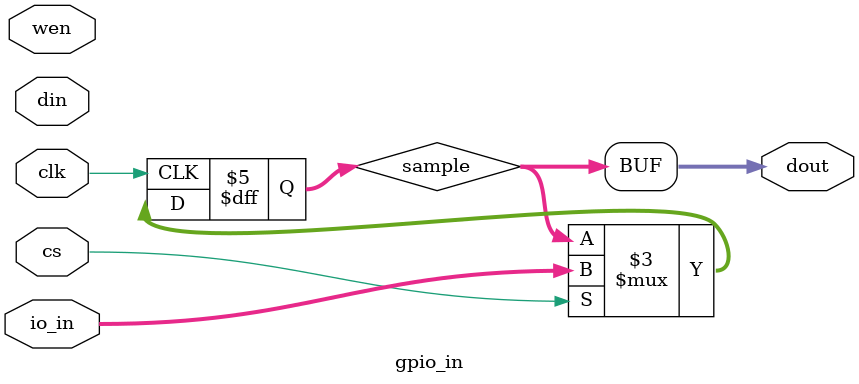
<source format=v>
module gpio_in
  #(
    parameter WIDTH= 32
    )
   (
    input wire 		    clk,
    input wire 		    cs,
    input wire 		    wen,
    input wire [WIDTH-1:0]  din,

    output wire [WIDTH-1:0] dout,

    input wire [WIDTH-1:0]  io_in
    );

   reg [WIDTH-1:0] 	    sample;

   initial sample= 0;
   
   always @(posedge clk)
     begin
	if (cs)
	  sample<= io_in;
     end

   assign dout= sample;
   
endmodule // gpio_in

</source>
